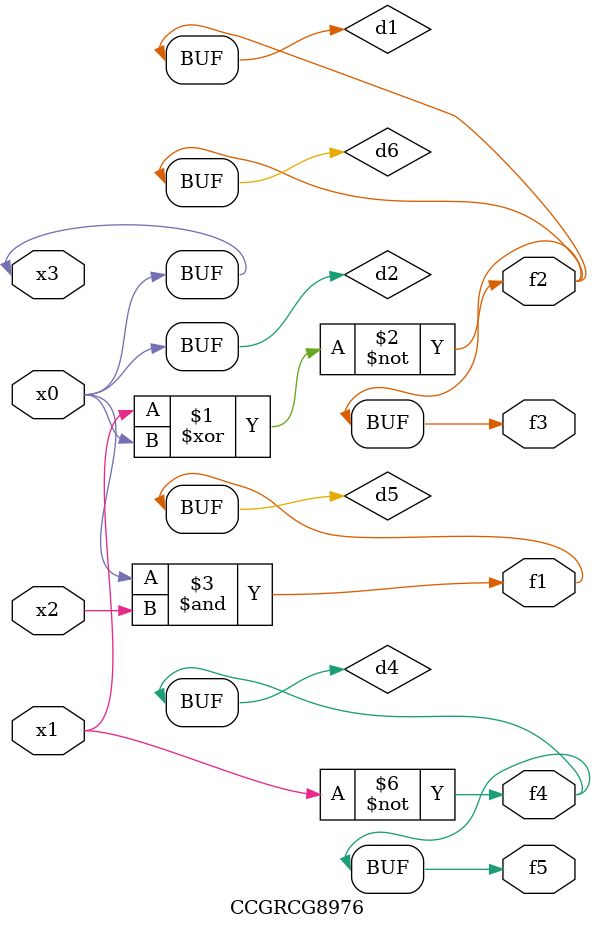
<source format=v>
module CCGRCG8976(
	input x0, x1, x2, x3,
	output f1, f2, f3, f4, f5
);

	wire d1, d2, d3, d4, d5, d6;

	xnor (d1, x1, x3);
	buf (d2, x0, x3);
	nand (d3, x0, x2);
	not (d4, x1);
	nand (d5, d3);
	or (d6, d1);
	assign f1 = d5;
	assign f2 = d6;
	assign f3 = d6;
	assign f4 = d4;
	assign f5 = d4;
endmodule

</source>
